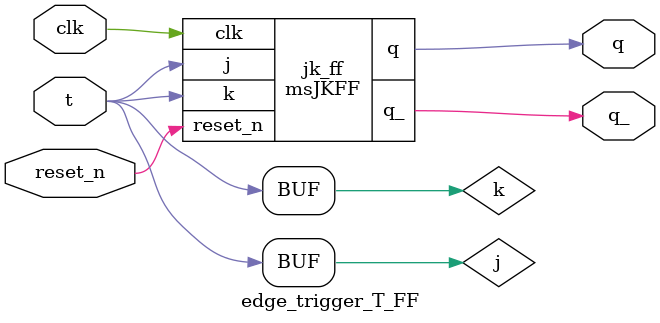
<source format=v>

`timescale 1s / 1ms

module srLatch(
    input s, r,
    output q, q_
    );

    wire out_q, out_q_;
    nor(out_q, r, q_);
    nor(out_q_, s, out_q);
    
    assign q = out_q;
    assign q_ = out_q_;

endmodule

module msJKFF(
    input reset_n, j, k, clk,
    output q, q_
    );

    wire m_r_input, m_s_input, m_q_output, m_q__output;
    wire s_r_input, s_s_input, s_q_output, s_q__output;
    
    assign m_r_input = (k & clk & q) | ~reset_n;
    assign m_s_input = (j & clk & q_) & reset_n;
    
    srLatch masterLatch(m_s_input, m_r_input, m_q_output, m_q__output);
    
    assign s_r_input = (m_q__output & ~clk) | ~reset_n;
    assign s_s_input = (m_q_output & ~clk) & reset_n;
    
    srLatch slaveLatch(s_s_input, s_r_input, s_q_output, s_q__output);
    
    assign q = s_q_output;
    assign q_ = s_q__output;
    
endmodule

// /* Negative edge triggered JK flip-flop */
// module edge_trigger_JKFF(input reset_n, input j, input k, input clk, output reg q, output reg q_);  
//     initial begin
//       q = 0;
//       q_ = ~q;
//     end
    
//     always @(negedge clk) begin
//         q = reset_n & (j&~q | ~k&q);
//         q_ = ~reset_n | ~q;
//     end

// endmodule

module edge_trigger_D_FF(input reset_n, input d, input clk, output q, output q_);   

    wire j, k;
    assign j = d;  // J input is connected to D input
    assign k = ~d; // K input is connected to inverted D input
    msJKFF jk_ff(reset_n, j, k, clk, q, q_);
 
endmodule

module edge_trigger_T_FF(input reset_n, input t, input clk, output q, output q_);   

    wire j, k;
    assign j = t;  // J input is connected to T input
    assign k = t; // K input is connected to inverted T input
    msJKFF jk_ff(reset_n, j, k, clk, q, q_);

endmodule


</source>
